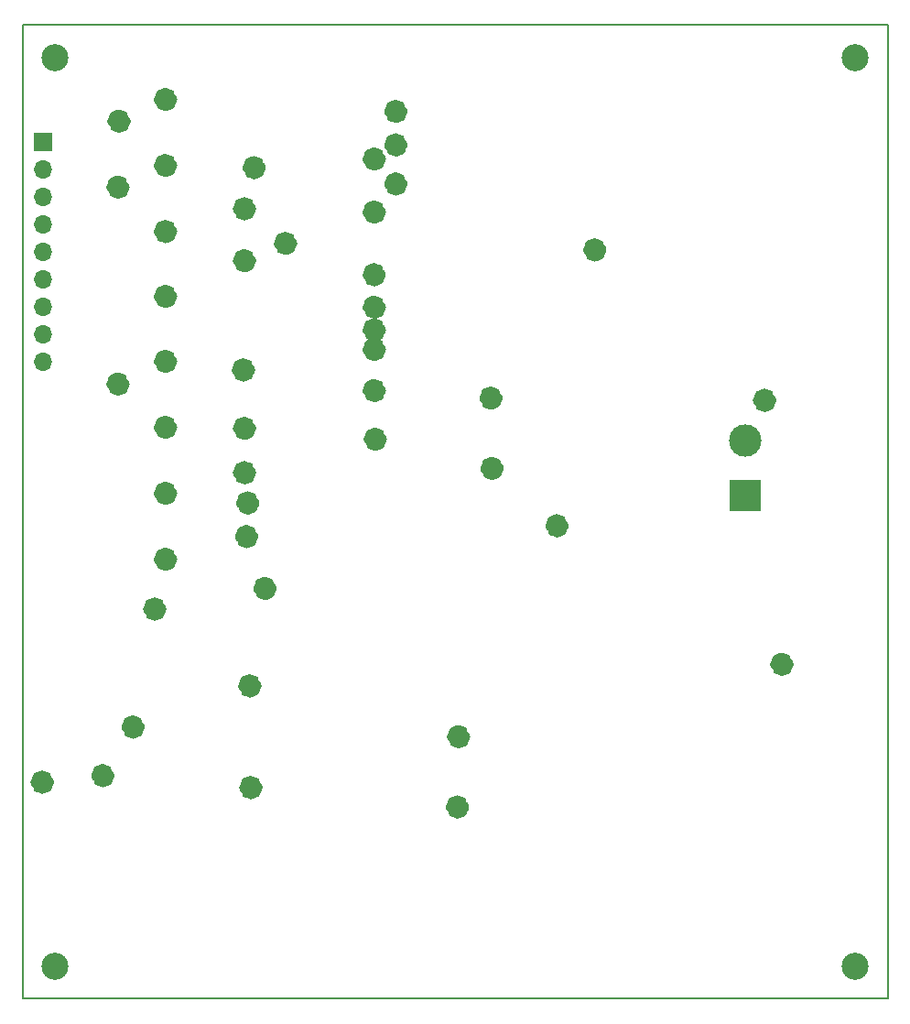
<source format=gbr>
%TF.GenerationSoftware,KiCad,Pcbnew,7.0.9*%
%TF.CreationDate,2024-04-10T12:45:34-03:00*%
%TF.ProjectId,v0.3,76302e33-2e6b-4696-9361-645f70636258,rev?*%
%TF.SameCoordinates,Original*%
%TF.FileFunction,Soldermask,Bot*%
%TF.FilePolarity,Negative*%
%FSLAX46Y46*%
G04 Gerber Fmt 4.6, Leading zero omitted, Abs format (unit mm)*
G04 Created by KiCad (PCBNEW 7.0.9) date 2024-04-10 12:45:34*
%MOMM*%
%LPD*%
G01*
G04 APERTURE LIST*
%ADD10C,1.075000*%
%ADD11C,2.500000*%
%ADD12R,1.700000X1.700000*%
%ADD13O,1.700000X1.700000*%
%ADD14R,3.000000X3.000000*%
%ADD15C,3.000000*%
%TA.AperFunction,Profile*%
%ADD16C,0.200000*%
%TD*%
G04 APERTURE END LIST*
D10*
X70937500Y-81900000D02*
G75*
G03*
X70937500Y-81900000I-537500J0D01*
G01*
X63737500Y-56900000D02*
G75*
G03*
X63737500Y-56900000I-537500J0D01*
G01*
X63737500Y-63000000D02*
G75*
G03*
X63737500Y-63000000I-537500J0D01*
G01*
X63737500Y-69100000D02*
G75*
G03*
X63737500Y-69100000I-537500J0D01*
G01*
X63737500Y-75100000D02*
G75*
G03*
X63737500Y-75100000I-537500J0D01*
G01*
X63737500Y-81100000D02*
G75*
G03*
X63737500Y-81100000I-537500J0D01*
G01*
X63737500Y-87200000D02*
G75*
G03*
X63737500Y-87200000I-537500J0D01*
G01*
X71037500Y-71800000D02*
G75*
G03*
X71037500Y-71800000I-537500J0D01*
G01*
X74837500Y-70200000D02*
G75*
G03*
X74837500Y-70200000I-537500J0D01*
G01*
X71037500Y-67000000D02*
G75*
G03*
X71037500Y-67000000I-537500J0D01*
G01*
X71937500Y-63200000D02*
G75*
G03*
X71937500Y-63200000I-537500J0D01*
G01*
X85037500Y-58000000D02*
G75*
G03*
X85037500Y-58000000I-537500J0D01*
G01*
X85037500Y-61100000D02*
G75*
G03*
X85037500Y-61100000I-537500J0D01*
G01*
X83037500Y-62400000D02*
G75*
G03*
X83037500Y-62400000I-537500J0D01*
G01*
X85037500Y-64700000D02*
G75*
G03*
X85037500Y-64700000I-537500J0D01*
G01*
X83037500Y-67300000D02*
G75*
G03*
X83037500Y-67300000I-537500J0D01*
G01*
X83037500Y-73100000D02*
G75*
G03*
X83037500Y-73100000I-537500J0D01*
G01*
X83037500Y-76100000D02*
G75*
G03*
X83037500Y-76100000I-537500J0D01*
G01*
X83037500Y-78200000D02*
G75*
G03*
X83037500Y-78200000I-537500J0D01*
G01*
X83037500Y-80000000D02*
G75*
G03*
X83037500Y-80000000I-537500J0D01*
G01*
X83037500Y-83800000D02*
G75*
G03*
X83037500Y-83800000I-537500J0D01*
G01*
X83137500Y-88300000D02*
G75*
G03*
X83137500Y-88300000I-537500J0D01*
G01*
X71037500Y-87300000D02*
G75*
G03*
X71037500Y-87300000I-537500J0D01*
G01*
X71037500Y-91400000D02*
G75*
G03*
X71037500Y-91400000I-537500J0D01*
G01*
X63737500Y-93300000D02*
G75*
G03*
X63737500Y-93300000I-537500J0D01*
G01*
X63737500Y-99400000D02*
G75*
G03*
X63737500Y-99400000I-537500J0D01*
G01*
X71237500Y-97300000D02*
G75*
G03*
X71237500Y-97300000I-537500J0D01*
G01*
X72937500Y-102100000D02*
G75*
G03*
X72937500Y-102100000I-537500J0D01*
G01*
X62737500Y-104000000D02*
G75*
G03*
X62737500Y-104000000I-537500J0D01*
G01*
X71537500Y-111100000D02*
G75*
G03*
X71537500Y-111100000I-537500J0D01*
G01*
X93837500Y-84500000D02*
G75*
G03*
X93837500Y-84500000I-537500J0D01*
G01*
X93937500Y-91000000D02*
G75*
G03*
X93937500Y-91000000I-537500J0D01*
G01*
X119137500Y-84700000D02*
G75*
G03*
X119137500Y-84700000I-537500J0D01*
G01*
X120737500Y-109100000D02*
G75*
G03*
X120737500Y-109100000I-537500J0D01*
G01*
X90837500Y-115800000D02*
G75*
G03*
X90837500Y-115800000I-537500J0D01*
G01*
X90737500Y-122300000D02*
G75*
G03*
X90737500Y-122300000I-537500J0D01*
G01*
X71637500Y-120500000D02*
G75*
G03*
X71637500Y-120500000I-537500J0D01*
G01*
X60737500Y-114900000D02*
G75*
G03*
X60737500Y-114900000I-537500J0D01*
G01*
X57937500Y-119400000D02*
G75*
G03*
X57937500Y-119400000I-537500J0D01*
G01*
X52337500Y-120000000D02*
G75*
G03*
X52337500Y-120000000I-537500J0D01*
G01*
X59437500Y-58900000D02*
G75*
G03*
X59437500Y-58900000I-537500J0D01*
G01*
X59337500Y-65000000D02*
G75*
G03*
X59337500Y-65000000I-537500J0D01*
G01*
X71337500Y-94200000D02*
G75*
G03*
X71337500Y-94200000I-537500J0D01*
G01*
X103437500Y-70800000D02*
G75*
G03*
X103437500Y-70800000I-537500J0D01*
G01*
X99937500Y-96300000D02*
G75*
G03*
X99937500Y-96300000I-537500J0D01*
G01*
X59337500Y-83200000D02*
G75*
G03*
X59337500Y-83200000I-537500J0D01*
G01*
D11*
%TO.C,H1*%
X53000000Y-137000000D03*
%TD*%
%TO.C,H2*%
X127000000Y-137000000D03*
%TD*%
D12*
%TO.C,J1*%
X51890000Y-60785000D03*
D13*
X51890000Y-63325000D03*
X51890000Y-65865000D03*
X51890000Y-68405000D03*
X51890000Y-70945000D03*
X51890000Y-73485000D03*
X51890000Y-76025000D03*
X51890000Y-78565000D03*
X51890000Y-81105000D03*
%TD*%
D11*
%TO.C,H4*%
X127000000Y-53000000D03*
%TD*%
%TO.C,H3*%
X53000000Y-53000000D03*
%TD*%
D14*
%TO.C,J2*%
X116800000Y-93540000D03*
D15*
X116800000Y-88460000D03*
%TD*%
D16*
X50000000Y-50000000D02*
X130000000Y-50000000D01*
X130000000Y-140000000D01*
X50000000Y-140000000D01*
X50000000Y-50000000D01*
M02*

</source>
